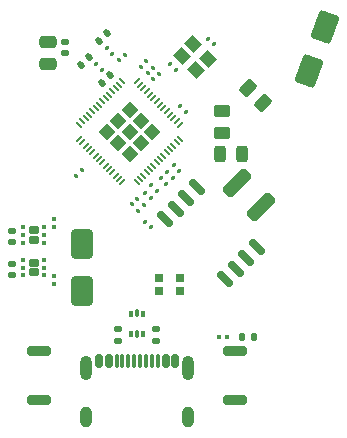
<source format=gbr>
%TF.GenerationSoftware,KiCad,Pcbnew,8.0.3*%
%TF.CreationDate,2024-07-12T18:14:48+02:00*%
%TF.ProjectId,Shard,53686172-642e-46b6-9963-61645f706362,rev?*%
%TF.SameCoordinates,Original*%
%TF.FileFunction,Paste,Top*%
%TF.FilePolarity,Positive*%
%FSLAX46Y46*%
G04 Gerber Fmt 4.6, Leading zero omitted, Abs format (unit mm)*
G04 Created by KiCad (PCBNEW 8.0.3) date 2024-07-12 18:14:48*
%MOMM*%
%LPD*%
G01*
G04 APERTURE LIST*
G04 Aperture macros list*
%AMRoundRect*
0 Rectangle with rounded corners*
0 $1 Rounding radius*
0 $2 $3 $4 $5 $6 $7 $8 $9 X,Y pos of 4 corners*
0 Add a 4 corners polygon primitive as box body*
4,1,4,$2,$3,$4,$5,$6,$7,$8,$9,$2,$3,0*
0 Add four circle primitives for the rounded corners*
1,1,$1+$1,$2,$3*
1,1,$1+$1,$4,$5*
1,1,$1+$1,$6,$7*
1,1,$1+$1,$8,$9*
0 Add four rect primitives between the rounded corners*
20,1,$1+$1,$2,$3,$4,$5,0*
20,1,$1+$1,$4,$5,$6,$7,0*
20,1,$1+$1,$6,$7,$8,$9,0*
20,1,$1+$1,$8,$9,$2,$3,0*%
%AMRotRect*
0 Rectangle, with rotation*
0 The origin of the aperture is its center*
0 $1 length*
0 $2 width*
0 $3 Rotation angle, in degrees counterclockwise*
0 Add horizontal line*
21,1,$1,$2,0,0,$3*%
G04 Aperture macros list end*
%ADD10RoundRect,0.250000X0.268780X-1.162006X0.952820X0.717380X-0.268780X1.162006X-0.952820X-0.717380X0*%
%ADD11RoundRect,0.079500X-0.014849X0.127279X-0.127279X0.014849X0.014849X-0.127279X0.127279X-0.014849X0*%
%ADD12RoundRect,0.079500X-0.100500X0.079500X-0.100500X-0.079500X0.100500X-0.079500X0.100500X0.079500X0*%
%ADD13RoundRect,0.140000X-0.021213X0.219203X-0.219203X0.021213X0.021213X-0.219203X0.219203X-0.021213X0*%
%ADD14RoundRect,0.135000X0.185000X-0.135000X0.185000X0.135000X-0.185000X0.135000X-0.185000X-0.135000X0*%
%ADD15RoundRect,0.250000X-0.650000X1.000000X-0.650000X-1.000000X0.650000X-1.000000X0.650000X1.000000X0*%
%ADD16RoundRect,0.079500X0.100500X-0.079500X0.100500X0.079500X-0.100500X0.079500X-0.100500X-0.079500X0*%
%ADD17RoundRect,0.079500X-0.127279X-0.014849X-0.014849X-0.127279X0.127279X0.014849X0.014849X0.127279X0*%
%ADD18RoundRect,0.135000X0.135000X0.185000X-0.135000X0.185000X-0.135000X-0.185000X0.135000X-0.185000X0*%
%ADD19RoundRect,0.200000X0.800000X-0.200000X0.800000X0.200000X-0.800000X0.200000X-0.800000X-0.200000X0*%
%ADD20RoundRect,0.093750X0.093750X-0.156250X0.093750X0.156250X-0.093750X0.156250X-0.093750X-0.156250X0*%
%ADD21RoundRect,0.075000X0.075000X-0.250000X0.075000X0.250000X-0.075000X0.250000X-0.075000X-0.250000X0*%
%ADD22RoundRect,0.140000X-0.170000X0.140000X-0.170000X-0.140000X0.170000X-0.140000X0.170000X0.140000X0*%
%ADD23RoundRect,0.250000X-0.475000X0.250000X-0.475000X-0.250000X0.475000X-0.250000X0.475000X0.250000X0*%
%ADD24RoundRect,0.172500X-0.262500X-0.172500X0.262500X-0.172500X0.262500X0.172500X-0.262500X0.172500X0*%
%ADD25RoundRect,0.093750X-0.093750X-0.106250X0.093750X-0.106250X0.093750X0.106250X-0.093750X0.106250X0*%
%ADD26RoundRect,0.150000X0.565685X-0.353553X-0.353553X0.565685X-0.565685X0.353553X0.353553X-0.565685X0*%
%ADD27RoundRect,0.079500X0.014849X-0.127279X0.127279X-0.014849X-0.014849X0.127279X-0.127279X0.014849X0*%
%ADD28R,0.700000X0.700000*%
%ADD29RoundRect,0.140000X0.021213X-0.219203X0.219203X-0.021213X-0.021213X0.219203X-0.219203X0.021213X0*%
%ADD30RotRect,1.150000X1.000000X315.000000*%
%ADD31RoundRect,0.250000X0.981111X0.539169X0.539169X0.981111X-0.981111X-0.539169X-0.539169X-0.981111X0*%
%ADD32RoundRect,0.250000X-0.403051X0.000000X0.000000X-0.403051X0.403051X0.000000X0.000000X0.403051X0*%
%ADD33RoundRect,0.050000X-0.282843X0.212132X0.212132X-0.282843X0.282843X-0.212132X-0.212132X0.282843X0*%
%ADD34RoundRect,0.050000X-0.282843X-0.212132X-0.212132X-0.282843X0.282843X0.212132X0.212132X0.282843X0*%
%ADD35RoundRect,0.135000X-0.185000X0.135000X-0.185000X-0.135000X0.185000X-0.135000X0.185000X0.135000X0*%
%ADD36RoundRect,0.079500X0.079500X0.100500X-0.079500X0.100500X-0.079500X-0.100500X0.079500X-0.100500X0*%
%ADD37RoundRect,0.079500X0.127279X0.014849X0.014849X0.127279X-0.127279X-0.014849X-0.014849X-0.127279X0*%
%ADD38RoundRect,0.250000X-0.450000X0.262500X-0.450000X-0.262500X0.450000X-0.262500X0.450000X0.262500X0*%
%ADD39RoundRect,0.250000X-0.503814X-0.132583X-0.132583X-0.503814X0.503814X0.132583X0.132583X0.503814X0*%
%ADD40RoundRect,0.150000X-0.150000X-0.425000X0.150000X-0.425000X0.150000X0.425000X-0.150000X0.425000X0*%
%ADD41RoundRect,0.075000X-0.075000X-0.500000X0.075000X-0.500000X0.075000X0.500000X-0.075000X0.500000X0*%
%ADD42O,1.000000X2.100000*%
%ADD43O,1.000000X1.800000*%
%ADD44RoundRect,0.243750X0.243750X0.456250X-0.243750X0.456250X-0.243750X-0.456250X0.243750X-0.456250X0*%
G04 APERTURE END LIST*
D10*
%TO.C,D2*%
X161715960Y-88654385D03*
X163084040Y-84895615D03*
%TD*%
D11*
%TO.C,C9*%
X147218952Y-99431048D03*
X146731048Y-99918952D03*
%TD*%
D12*
%TO.C,C1*%
X140175000Y-105950000D03*
X140175000Y-106640000D03*
%TD*%
D13*
%TO.C,C8*%
X144864411Y-88985589D03*
X144185589Y-89664411D03*
%TD*%
D14*
%TO.C,R2*%
X148825000Y-111460000D03*
X148825000Y-110440000D03*
%TD*%
D15*
%TO.C,D1*%
X142500000Y-103225000D03*
X142500000Y-107225002D03*
%TD*%
D16*
%TO.C,C13*%
X140150000Y-101800000D03*
X140150000Y-101110000D03*
%TD*%
D17*
%TO.C,L1*%
X143706048Y-88006048D03*
X144193952Y-88493952D03*
%TD*%
D18*
%TO.C,R4*%
X157060000Y-111150000D03*
X156040000Y-111150000D03*
%TD*%
D19*
%TO.C,BOOT*%
X138900000Y-116500000D03*
X138900000Y-112300000D03*
%TD*%
D20*
%TO.C,U2*%
X146662500Y-110850000D03*
D21*
X147200000Y-110925000D03*
D20*
X147737500Y-110850000D03*
X147737500Y-109150000D03*
D21*
X147200000Y-109075000D03*
D20*
X146662500Y-109150000D03*
%TD*%
D22*
%TO.C,C2*%
X136600000Y-102145000D03*
X136600000Y-103105000D03*
%TD*%
D17*
%TO.C,C11*%
X150826048Y-91596048D03*
X151313952Y-92083952D03*
%TD*%
D23*
%TO.C,C5*%
X139625000Y-86125001D03*
X139625000Y-88024999D03*
%TD*%
D24*
%TO.C,U3*%
X138437500Y-102100000D03*
X138437500Y-102900000D03*
D25*
X137550000Y-101850000D03*
X137550000Y-102500000D03*
X137550000Y-103150000D03*
X139325000Y-103150000D03*
X139325000Y-102500000D03*
X139325000Y-101850000D03*
%TD*%
D26*
%TO.C,U5*%
X154653143Y-106249195D03*
X155551169Y-105351169D03*
X156449194Y-104453144D03*
X157347220Y-103555118D03*
X152256051Y-98463949D03*
X151358025Y-99361975D03*
X150460000Y-100260000D03*
X149561974Y-101158026D03*
%TD*%
D27*
%TO.C,C19*%
X145675000Y-87725000D03*
X146162904Y-87237096D03*
%TD*%
D28*
%TO.C,D4*%
X149035000Y-106175000D03*
X149035000Y-107275000D03*
X150865000Y-107275000D03*
X150865000Y-106175000D03*
%TD*%
D29*
%TO.C,C20*%
X143975000Y-86050000D03*
X144653822Y-85371178D03*
%TD*%
D30*
%TO.C,Y1*%
X150975000Y-87325000D03*
X152212437Y-88562437D03*
X153202386Y-87572488D03*
X151964949Y-86335051D03*
%TD*%
D13*
%TO.C,C7*%
X143114411Y-87435589D03*
X142435589Y-88114411D03*
%TD*%
D19*
%TO.C,RESET*%
X155500000Y-116500000D03*
X155500000Y-112300000D03*
%TD*%
D31*
%TO.C,R5*%
X157684144Y-100144144D03*
X155615856Y-98075856D03*
%TD*%
D27*
%TO.C,C4*%
X148082322Y-88817678D03*
X148570226Y-88329774D03*
%TD*%
D32*
%TO.C,U1*%
X146559548Y-91878644D03*
X145619096Y-92819096D03*
X144678644Y-93759548D03*
X147500000Y-92819096D03*
X146559548Y-93759548D03*
X145619096Y-94700000D03*
X148440452Y-93759548D03*
X147500000Y-94700000D03*
X146559548Y-95640452D03*
D33*
X145958507Y-89481552D03*
X145675665Y-89764395D03*
X145392822Y-90047237D03*
X145109979Y-90330080D03*
X144827136Y-90612923D03*
X144544294Y-90895766D03*
X144261451Y-91178608D03*
X143978608Y-91461451D03*
X143695766Y-91744294D03*
X143412923Y-92027136D03*
X143130080Y-92309979D03*
X142847237Y-92592822D03*
X142564395Y-92875665D03*
X142281552Y-93158507D03*
D34*
X142281552Y-94360589D03*
X142564395Y-94643431D03*
X142847237Y-94926274D03*
X143130080Y-95209117D03*
X143412923Y-95491960D03*
X143695766Y-95774802D03*
X143978608Y-96057645D03*
X144261451Y-96340488D03*
X144544294Y-96623330D03*
X144827136Y-96906173D03*
X145109979Y-97189016D03*
X145392822Y-97471859D03*
X145675665Y-97754701D03*
X145958507Y-98037544D03*
D33*
X147160589Y-98037544D03*
X147443431Y-97754701D03*
X147726274Y-97471859D03*
X148009117Y-97189016D03*
X148291960Y-96906173D03*
X148574802Y-96623330D03*
X148857645Y-96340488D03*
X149140488Y-96057645D03*
X149423330Y-95774802D03*
X149706173Y-95491960D03*
X149989016Y-95209117D03*
X150271859Y-94926274D03*
X150554701Y-94643431D03*
X150837544Y-94360589D03*
D34*
X150837544Y-93158507D03*
X150554701Y-92875665D03*
X150271859Y-92592822D03*
X149989016Y-92309979D03*
X149706173Y-92027136D03*
X149423330Y-91744294D03*
X149140488Y-91461451D03*
X148857645Y-91178608D03*
X148574802Y-90895766D03*
X148291960Y-90612923D03*
X148009117Y-90330080D03*
X147726274Y-90047237D03*
X147443431Y-89764395D03*
X147160589Y-89481552D03*
%TD*%
D17*
%TO.C,R6*%
X149181048Y-97656048D03*
X149668952Y-98143952D03*
%TD*%
D22*
%TO.C,C6*%
X141075000Y-86119999D03*
X141075000Y-87079999D03*
%TD*%
D17*
%TO.C,R7*%
X149731048Y-97156048D03*
X150218952Y-97643952D03*
%TD*%
D35*
%TO.C,R1*%
X145575000Y-110465000D03*
X145575000Y-111485000D03*
%TD*%
D17*
%TO.C,C17*%
X150006048Y-88006048D03*
X150493952Y-88493952D03*
%TD*%
D27*
%TO.C,C3*%
X147500000Y-88250000D03*
X147987904Y-87762096D03*
%TD*%
D24*
%TO.C,U4*%
X138437500Y-104875000D03*
X138437500Y-105675000D03*
D25*
X137550000Y-104625000D03*
X137550000Y-105275000D03*
X137550000Y-105925000D03*
X139325000Y-105925000D03*
X139325000Y-105275000D03*
X139325000Y-104625000D03*
%TD*%
D36*
%TO.C,C15*%
X154795000Y-111150000D03*
X154105000Y-111150000D03*
%TD*%
D11*
%TO.C,C10*%
X147743952Y-99956048D03*
X147256048Y-100443952D03*
%TD*%
D37*
%TO.C,C16*%
X148393952Y-101853952D03*
X147906048Y-101366048D03*
%TD*%
D17*
%TO.C,R10*%
X147856048Y-98906048D03*
X148343952Y-99393952D03*
%TD*%
%TO.C,R9*%
X148406048Y-98306048D03*
X148893952Y-98793952D03*
%TD*%
D27*
%TO.C,R11*%
X148575000Y-89325000D03*
X149062904Y-88837096D03*
%TD*%
D17*
%TO.C,L2*%
X144612096Y-86687096D03*
X145100000Y-87175000D03*
%TD*%
D37*
%TO.C,C18*%
X153668952Y-86368952D03*
X153181048Y-85881048D03*
%TD*%
D38*
%TO.C,R3*%
X154410000Y-92015000D03*
X154410000Y-93840000D03*
%TD*%
D17*
%TO.C,R8*%
X150281048Y-96606048D03*
X150768952Y-97093952D03*
%TD*%
D22*
%TO.C,C14*%
X136625000Y-104920000D03*
X136625000Y-105880000D03*
%TD*%
D39*
%TO.C,R12*%
X156559530Y-90039530D03*
X157850000Y-91330000D03*
%TD*%
D11*
%TO.C,C12*%
X142495226Y-96979774D03*
X142007322Y-97467678D03*
%TD*%
D40*
%TO.C,J1*%
X144010000Y-113150000D03*
X144810000Y-113150000D03*
D41*
X145960000Y-113150000D03*
X146960000Y-113150000D03*
X147460000Y-113150000D03*
X148460000Y-113150000D03*
D40*
X149610000Y-113150000D03*
X150410000Y-113150000D03*
X150410000Y-113150000D03*
X149610000Y-113150000D03*
D41*
X148960000Y-113150000D03*
X147960000Y-113150000D03*
X146460000Y-113150000D03*
X145460000Y-113150000D03*
D40*
X144810000Y-113150000D03*
X144010000Y-113150000D03*
D42*
X142890000Y-113725000D03*
D43*
X142890000Y-117905000D03*
D42*
X151530000Y-113725000D03*
D43*
X151530000Y-117905000D03*
%TD*%
D44*
%TO.C,D3*%
X156060000Y-95631000D03*
X154184998Y-95631000D03*
%TD*%
M02*

</source>
